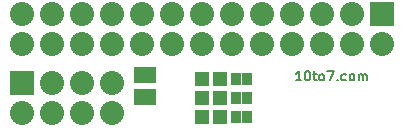
<source format=gts>
G04 (created by PCBNEW-RS274X (2012-apr-16-27)-stable) date Mon 12 May 2014 23:50:08 BST*
G01*
G70*
G90*
%MOIN*%
G04 Gerber Fmt 3.4, Leading zero omitted, Abs format*
%FSLAX34Y34*%
G04 APERTURE LIST*
%ADD10C,0.006000*%
%ADD11C,0.007900*%
%ADD12R,0.075000X0.055000*%
%ADD13R,0.080000X0.080000*%
%ADD14C,0.080000*%
%ADD15R,0.035700X0.043600*%
%ADD16R,0.051400X0.051400*%
G04 APERTURE END LIST*
G54D10*
G54D11*
X62617Y-42410D02*
X62437Y-42410D01*
X62527Y-42410D02*
X62527Y-42095D01*
X62497Y-42140D01*
X62467Y-42170D01*
X62437Y-42185D01*
X62812Y-42095D02*
X62842Y-42095D01*
X62872Y-42110D01*
X62887Y-42125D01*
X62902Y-42155D01*
X62917Y-42215D01*
X62917Y-42290D01*
X62902Y-42350D01*
X62887Y-42380D01*
X62872Y-42395D01*
X62842Y-42410D01*
X62812Y-42410D01*
X62782Y-42395D01*
X62767Y-42380D01*
X62752Y-42350D01*
X62737Y-42290D01*
X62737Y-42215D01*
X62752Y-42155D01*
X62767Y-42125D01*
X62782Y-42110D01*
X62812Y-42095D01*
X63007Y-42200D02*
X63127Y-42200D01*
X63052Y-42095D02*
X63052Y-42365D01*
X63067Y-42395D01*
X63097Y-42410D01*
X63127Y-42410D01*
X63277Y-42410D02*
X63247Y-42395D01*
X63232Y-42380D01*
X63217Y-42350D01*
X63217Y-42260D01*
X63232Y-42230D01*
X63247Y-42215D01*
X63277Y-42200D01*
X63322Y-42200D01*
X63352Y-42215D01*
X63367Y-42230D01*
X63382Y-42260D01*
X63382Y-42350D01*
X63367Y-42380D01*
X63352Y-42395D01*
X63322Y-42410D01*
X63277Y-42410D01*
X63487Y-42095D02*
X63697Y-42095D01*
X63562Y-42410D01*
X63817Y-42380D02*
X63832Y-42395D01*
X63817Y-42410D01*
X63802Y-42395D01*
X63817Y-42380D01*
X63817Y-42410D01*
X64102Y-42395D02*
X64072Y-42410D01*
X64012Y-42410D01*
X63982Y-42395D01*
X63967Y-42380D01*
X63952Y-42350D01*
X63952Y-42260D01*
X63967Y-42230D01*
X63982Y-42215D01*
X64012Y-42200D01*
X64072Y-42200D01*
X64102Y-42215D01*
X64282Y-42410D02*
X64252Y-42395D01*
X64237Y-42380D01*
X64222Y-42350D01*
X64222Y-42260D01*
X64237Y-42230D01*
X64252Y-42215D01*
X64282Y-42200D01*
X64327Y-42200D01*
X64357Y-42215D01*
X64372Y-42230D01*
X64387Y-42260D01*
X64387Y-42350D01*
X64372Y-42380D01*
X64357Y-42395D01*
X64327Y-42410D01*
X64282Y-42410D01*
X64522Y-42410D02*
X64522Y-42200D01*
X64522Y-42230D02*
X64537Y-42215D01*
X64567Y-42200D01*
X64612Y-42200D01*
X64642Y-42215D01*
X64657Y-42245D01*
X64657Y-42410D01*
X64657Y-42245D02*
X64672Y-42215D01*
X64702Y-42200D01*
X64747Y-42200D01*
X64777Y-42215D01*
X64792Y-42245D01*
X64792Y-42410D01*
G54D12*
X57402Y-42223D03*
X57402Y-42973D03*
G54D13*
X53303Y-42492D03*
G54D14*
X53303Y-43492D03*
X54303Y-42492D03*
X54303Y-43492D03*
X55303Y-42492D03*
X55303Y-43492D03*
X56303Y-42492D03*
X56303Y-43492D03*
G54D13*
X65291Y-40209D03*
G54D14*
X65291Y-41209D03*
X64291Y-40209D03*
X64291Y-41209D03*
X63291Y-40209D03*
X63291Y-41209D03*
X62291Y-40209D03*
X62291Y-41209D03*
X61291Y-40209D03*
X61291Y-41209D03*
X60291Y-40209D03*
X60291Y-41209D03*
X59291Y-40209D03*
X59291Y-41209D03*
X58291Y-40209D03*
X58291Y-41209D03*
X57291Y-40209D03*
X57291Y-41209D03*
X56291Y-40209D03*
X56291Y-41209D03*
X55291Y-40209D03*
X55291Y-41209D03*
X54291Y-40209D03*
X54291Y-41209D03*
X53291Y-40209D03*
X53291Y-41209D03*
G54D15*
X60453Y-42362D03*
X60807Y-42362D03*
X60453Y-42992D03*
X60807Y-42992D03*
X60453Y-43622D03*
X60807Y-43622D03*
G54D16*
X59311Y-42362D03*
X59901Y-42362D03*
X59311Y-42992D03*
X59901Y-42992D03*
X59311Y-43622D03*
X59901Y-43622D03*
M02*

</source>
